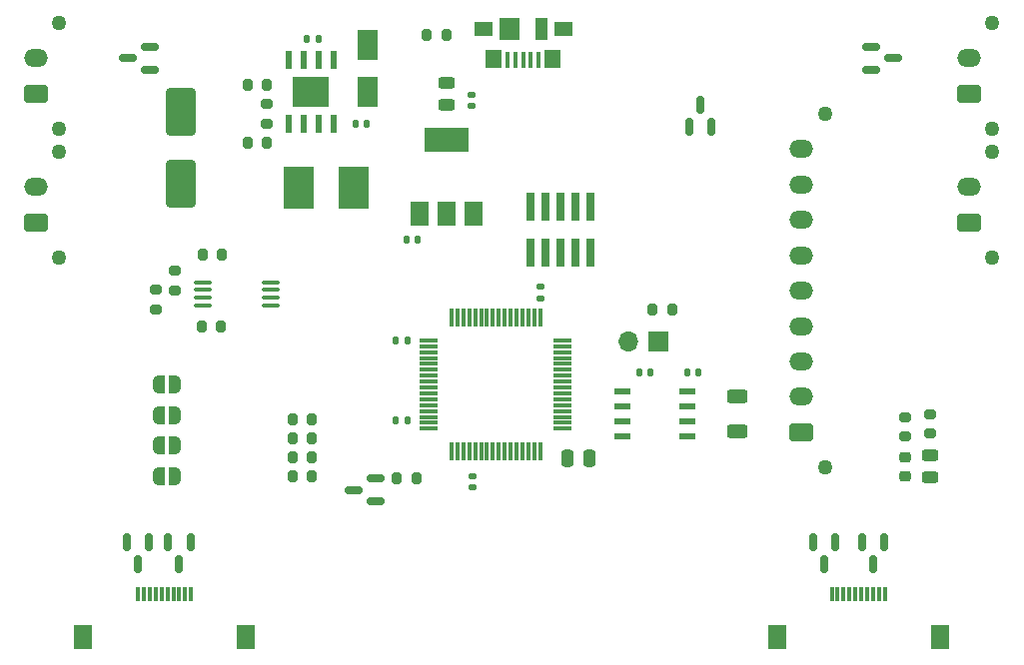
<source format=gbr>
%TF.GenerationSoftware,KiCad,Pcbnew,(6.0.2)*%
%TF.CreationDate,2022-04-06T15:05:21-04:00*%
%TF.ProjectId,SteeringHardware,53746565-7269-46e6-9748-617264776172,rev?*%
%TF.SameCoordinates,Original*%
%TF.FileFunction,Soldermask,Bot*%
%TF.FilePolarity,Negative*%
%FSLAX46Y46*%
G04 Gerber Fmt 4.6, Leading zero omitted, Abs format (unit mm)*
G04 Created by KiCad (PCBNEW (6.0.2)) date 2022-04-06 15:05:21*
%MOMM*%
%LPD*%
G01*
G04 APERTURE LIST*
G04 Aperture macros list*
%AMRoundRect*
0 Rectangle with rounded corners*
0 $1 Rounding radius*
0 $2 $3 $4 $5 $6 $7 $8 $9 X,Y pos of 4 corners*
0 Add a 4 corners polygon primitive as box body*
4,1,4,$2,$3,$4,$5,$6,$7,$8,$9,$2,$3,0*
0 Add four circle primitives for the rounded corners*
1,1,$1+$1,$2,$3*
1,1,$1+$1,$4,$5*
1,1,$1+$1,$6,$7*
1,1,$1+$1,$8,$9*
0 Add four rect primitives between the rounded corners*
20,1,$1+$1,$2,$3,$4,$5,0*
20,1,$1+$1,$4,$5,$6,$7,0*
20,1,$1+$1,$6,$7,$8,$9,0*
20,1,$1+$1,$8,$9,$2,$3,0*%
%AMFreePoly0*
4,1,22,0.500000,-0.750000,0.000000,-0.750000,0.000000,-0.745033,-0.079941,-0.743568,-0.215256,-0.701293,-0.333266,-0.622738,-0.424486,-0.514219,-0.481581,-0.384460,-0.499164,-0.250000,-0.500000,-0.250000,-0.500000,0.250000,-0.499164,0.250000,-0.499963,0.256109,-0.478152,0.396186,-0.417904,0.524511,-0.324060,0.630769,-0.204165,0.706417,-0.067858,0.745374,0.000000,0.744959,0.000000,0.750000,
0.500000,0.750000,0.500000,-0.750000,0.500000,-0.750000,$1*%
%AMFreePoly1*
4,1,20,0.000000,0.744959,0.073905,0.744508,0.209726,0.703889,0.328688,0.626782,0.421226,0.519385,0.479903,0.390333,0.500000,0.250000,0.500000,-0.250000,0.499851,-0.262216,0.476331,-0.402017,0.414519,-0.529596,0.319384,-0.634700,0.198574,-0.708877,0.061801,-0.746166,0.000000,-0.745033,0.000000,-0.750000,-0.500000,-0.750000,-0.500000,0.750000,0.000000,0.750000,0.000000,0.744959,
0.000000,0.744959,$1*%
G04 Aperture macros list end*
%ADD10RoundRect,0.250000X-0.625000X0.312500X-0.625000X-0.312500X0.625000X-0.312500X0.625000X0.312500X0*%
%ADD11RoundRect,0.140000X-0.140000X-0.170000X0.140000X-0.170000X0.140000X0.170000X-0.140000X0.170000X0*%
%ADD12R,0.450000X1.380000*%
%ADD13R,1.800000X1.900000*%
%ADD14R,1.425000X1.550000*%
%ADD15R,1.650000X1.300000*%
%ADD16R,1.000000X1.900000*%
%ADD17C,1.270000*%
%ADD18RoundRect,0.250001X0.759999X-0.499999X0.759999X0.499999X-0.759999X0.499999X-0.759999X-0.499999X0*%
%ADD19O,2.020000X1.500000*%
%ADD20RoundRect,0.150000X0.587500X0.150000X-0.587500X0.150000X-0.587500X-0.150000X0.587500X-0.150000X0*%
%ADD21RoundRect,0.150000X-0.587500X-0.150000X0.587500X-0.150000X0.587500X0.150000X-0.587500X0.150000X0*%
%ADD22RoundRect,0.150000X-0.150000X0.587500X-0.150000X-0.587500X0.150000X-0.587500X0.150000X0.587500X0*%
%ADD23RoundRect,0.200000X-0.275000X0.200000X-0.275000X-0.200000X0.275000X-0.200000X0.275000X0.200000X0*%
%ADD24RoundRect,0.200000X-0.200000X-0.275000X0.200000X-0.275000X0.200000X0.275000X-0.200000X0.275000X0*%
%ADD25RoundRect,0.200000X0.275000X-0.200000X0.275000X0.200000X-0.275000X0.200000X-0.275000X-0.200000X0*%
%ADD26RoundRect,0.100000X-0.637500X-0.100000X0.637500X-0.100000X0.637500X0.100000X-0.637500X0.100000X0*%
%ADD27R,1.400000X0.600000*%
%ADD28RoundRect,0.243750X-0.456250X0.243750X-0.456250X-0.243750X0.456250X-0.243750X0.456250X0.243750X0*%
%ADD29RoundRect,0.218750X-0.256250X0.218750X-0.256250X-0.218750X0.256250X-0.218750X0.256250X0.218750X0*%
%ADD30RoundRect,0.150000X0.150000X-0.587500X0.150000X0.587500X-0.150000X0.587500X-0.150000X-0.587500X0*%
%ADD31RoundRect,0.200000X0.200000X0.275000X-0.200000X0.275000X-0.200000X-0.275000X0.200000X-0.275000X0*%
%ADD32RoundRect,0.140000X0.140000X0.170000X-0.140000X0.170000X-0.140000X-0.170000X0.140000X-0.170000X0*%
%ADD33RoundRect,0.250000X-0.250000X-0.475000X0.250000X-0.475000X0.250000X0.475000X-0.250000X0.475000X0*%
%ADD34RoundRect,0.075000X0.075000X-0.700000X0.075000X0.700000X-0.075000X0.700000X-0.075000X-0.700000X0*%
%ADD35RoundRect,0.075000X0.700000X-0.075000X0.700000X0.075000X-0.700000X0.075000X-0.700000X-0.075000X0*%
%ADD36R,1.700000X1.700000*%
%ADD37O,1.700000X1.700000*%
%ADD38FreePoly0,0.000000*%
%ADD39FreePoly1,0.000000*%
%ADD40R,1.500000X2.000000*%
%ADD41R,3.800000X2.000000*%
%ADD42RoundRect,0.140000X0.170000X-0.140000X0.170000X0.140000X-0.170000X0.140000X-0.170000X-0.140000X0*%
%ADD43R,0.300000X1.200000*%
%ADD44R,0.600000X1.550000*%
%ADD45R,3.100000X2.600000*%
%ADD46RoundRect,0.140000X-0.170000X0.140000X-0.170000X-0.140000X0.170000X-0.140000X0.170000X0.140000X0*%
%ADD47R,1.800000X2.500000*%
%ADD48RoundRect,0.250000X1.000000X-1.750000X1.000000X1.750000X-1.000000X1.750000X-1.000000X-1.750000X0*%
%ADD49R,2.500000X3.600000*%
%ADD50R,0.740000X2.400000*%
G04 APERTURE END LIST*
D10*
%TO.C,R11*%
X194450000Y-97587500D03*
X194450000Y-100512500D03*
%TD*%
D11*
%TO.C,C1*%
X190180000Y-95515000D03*
X191140000Y-95515000D03*
%TD*%
%TO.C,C2*%
X187075000Y-95550000D03*
X186115000Y-95550000D03*
%TD*%
D12*
%TO.C,J2*%
X175000000Y-69060000D03*
X175650000Y-69060000D03*
X176300000Y-69060000D03*
X176950000Y-69060000D03*
X177600000Y-69060000D03*
D13*
X175150000Y-66400000D03*
D14*
X178787500Y-68975000D03*
D15*
X179675000Y-66400000D03*
D16*
X177850000Y-66400000D03*
D14*
X173812500Y-68975000D03*
D15*
X172925000Y-66400000D03*
%TD*%
D17*
%TO.C,J3*%
X201860000Y-73600000D03*
X201860000Y-103600000D03*
D18*
X199900000Y-100600000D03*
D19*
X199900000Y-97600000D03*
X199900000Y-94600000D03*
X199900000Y-91600000D03*
X199900000Y-88600000D03*
X199900000Y-85600000D03*
X199900000Y-82600000D03*
X199900000Y-79600000D03*
X199900000Y-76600000D03*
%TD*%
D20*
%TO.C,Q1*%
X144687500Y-67950000D03*
X144687500Y-69850000D03*
X142812500Y-68900000D03*
%TD*%
D21*
%TO.C,Q2*%
X205787500Y-69850000D03*
X205787500Y-67950000D03*
X207662500Y-68900000D03*
%TD*%
D22*
%TO.C,Q3*%
X205000000Y-109912500D03*
X206900000Y-109912500D03*
X205950000Y-111787500D03*
%TD*%
%TO.C,Q4*%
X146200000Y-109912500D03*
X148100000Y-109912500D03*
X147150000Y-111787500D03*
%TD*%
%TO.C,Q5*%
X142700000Y-109912500D03*
X144600000Y-109912500D03*
X143650000Y-111787500D03*
%TD*%
%TO.C,Q6*%
X200850000Y-109912500D03*
X202750000Y-109912500D03*
X201800000Y-111787500D03*
%TD*%
D23*
%TO.C,R1*%
X210750000Y-99075000D03*
X210750000Y-100725000D03*
%TD*%
D24*
%TO.C,R9*%
X149037500Y-91650000D03*
X150687500Y-91650000D03*
%TD*%
D25*
%TO.C,R10*%
X145150000Y-90162500D03*
X145150000Y-88512500D03*
%TD*%
%TO.C,R13*%
X146750000Y-88587500D03*
X146750000Y-86937500D03*
%TD*%
D24*
%TO.C,R14*%
X149112500Y-85550000D03*
X150762500Y-85550000D03*
%TD*%
D26*
%TO.C,U3*%
X149187500Y-89825000D03*
X149187500Y-89175000D03*
X149187500Y-88525000D03*
X149187500Y-87875000D03*
X154912500Y-87875000D03*
X154912500Y-88525000D03*
X154912500Y-89175000D03*
X154912500Y-89825000D03*
%TD*%
D27*
%TO.C,U4*%
X184675000Y-100955000D03*
X184675000Y-99685000D03*
X184675000Y-98415000D03*
X184675000Y-97145000D03*
X190175000Y-97145000D03*
X190175000Y-98415000D03*
X190175000Y-99685000D03*
X190175000Y-100955000D03*
%TD*%
D28*
%TO.C,D1*%
X210750000Y-102587500D03*
X210750000Y-104462500D03*
%TD*%
D29*
%TO.C,D2*%
X208625000Y-102762500D03*
X208625000Y-104337500D03*
%TD*%
D23*
%TO.C,R2*%
X208625000Y-99337500D03*
X208625000Y-100987500D03*
%TD*%
D30*
%TO.C,Q7*%
X192275000Y-74702500D03*
X190375000Y-74702500D03*
X191325000Y-72827500D03*
%TD*%
D31*
%TO.C,R6*%
X158375000Y-99500000D03*
X156725000Y-99500000D03*
%TD*%
D32*
%TO.C,C101*%
X167380000Y-84300000D03*
X166420000Y-84300000D03*
%TD*%
D33*
%TO.C,C305*%
X180050000Y-102850000D03*
X181950000Y-102850000D03*
%TD*%
D32*
%TO.C,C302*%
X166480000Y-92800000D03*
X165520000Y-92800000D03*
%TD*%
D34*
%TO.C,U301*%
X177730000Y-102235000D03*
X177230000Y-102235000D03*
X176730000Y-102235000D03*
X176230000Y-102235000D03*
X175730000Y-102235000D03*
X175230000Y-102235000D03*
X174730000Y-102235000D03*
X174230000Y-102235000D03*
X173730000Y-102235000D03*
X173230000Y-102235000D03*
X172730000Y-102235000D03*
X172230000Y-102235000D03*
X171730000Y-102235000D03*
X171230000Y-102235000D03*
X170730000Y-102235000D03*
X170230000Y-102235000D03*
D35*
X168305000Y-100310000D03*
X168305000Y-99810000D03*
X168305000Y-99310000D03*
X168305000Y-98810000D03*
X168305000Y-98310000D03*
X168305000Y-97810000D03*
X168305000Y-97310000D03*
X168305000Y-96810000D03*
X168305000Y-96310000D03*
X168305000Y-95810000D03*
X168305000Y-95310000D03*
X168305000Y-94810000D03*
X168305000Y-94310000D03*
X168305000Y-93810000D03*
X168305000Y-93310000D03*
X168305000Y-92810000D03*
D34*
X170230000Y-90885000D03*
X170730000Y-90885000D03*
X171230000Y-90885000D03*
X171730000Y-90885000D03*
X172230000Y-90885000D03*
X172730000Y-90885000D03*
X173230000Y-90885000D03*
X173730000Y-90885000D03*
X174230000Y-90885000D03*
X174730000Y-90885000D03*
X175230000Y-90885000D03*
X175730000Y-90885000D03*
X176230000Y-90885000D03*
X176730000Y-90885000D03*
X177230000Y-90885000D03*
X177730000Y-90885000D03*
D35*
X179655000Y-92810000D03*
X179655000Y-93310000D03*
X179655000Y-93810000D03*
X179655000Y-94310000D03*
X179655000Y-94810000D03*
X179655000Y-95310000D03*
X179655000Y-95810000D03*
X179655000Y-96310000D03*
X179655000Y-96810000D03*
X179655000Y-97310000D03*
X179655000Y-97810000D03*
X179655000Y-98310000D03*
X179655000Y-98810000D03*
X179655000Y-99310000D03*
X179655000Y-99810000D03*
X179655000Y-100310000D03*
%TD*%
D24*
%TO.C,R301*%
X187250000Y-90225000D03*
X188900000Y-90225000D03*
%TD*%
D31*
%TO.C,R3*%
X158375000Y-104300000D03*
X156725000Y-104300000D03*
%TD*%
D36*
%TO.C,JP301*%
X187775000Y-92900000D03*
D37*
X185235000Y-92900000D03*
%TD*%
D38*
%TO.C,JP1*%
X145450000Y-104350000D03*
D39*
X146750000Y-104350000D03*
%TD*%
D32*
%TO.C,C301*%
X166480000Y-99580000D03*
X165520000Y-99580000D03*
%TD*%
D40*
%TO.C,U102*%
X172100000Y-82100000D03*
X169800000Y-82100000D03*
D41*
X169800000Y-75800000D03*
D40*
X167500000Y-82100000D03*
%TD*%
D42*
%TO.C,C304*%
X177725000Y-89230000D03*
X177725000Y-88270000D03*
%TD*%
D24*
%TO.C,R201*%
X152950000Y-76050000D03*
X154600000Y-76050000D03*
%TD*%
D31*
%TO.C,R102*%
X169800000Y-66950000D03*
X168150000Y-66950000D03*
%TD*%
D38*
%TO.C,JP2*%
X145450000Y-101750000D03*
D39*
X146750000Y-101750000D03*
%TD*%
D25*
%TO.C,R202*%
X154600000Y-74450000D03*
X154600000Y-72800000D03*
%TD*%
D43*
%TO.C,J102*%
X206950000Y-114350000D03*
X206450000Y-114350000D03*
X205950000Y-114350000D03*
X205450000Y-114350000D03*
X204950000Y-114350000D03*
X204450000Y-114350000D03*
X203950000Y-114350000D03*
X203450000Y-114350000D03*
X202950000Y-114350000D03*
X202450000Y-114350000D03*
D40*
X211600000Y-118000000D03*
X197800000Y-118000000D03*
%TD*%
D43*
%TO.C,J101*%
X148150000Y-114350000D03*
X147650000Y-114350000D03*
X147150000Y-114350000D03*
X146650000Y-114350000D03*
X146150000Y-114350000D03*
X145650000Y-114350000D03*
X145150000Y-114350000D03*
X144650000Y-114350000D03*
X144150000Y-114350000D03*
X143650000Y-114350000D03*
D40*
X152800000Y-118000000D03*
X139000000Y-118000000D03*
%TD*%
D44*
%TO.C,U201*%
X160205000Y-74450000D03*
X158935000Y-74450000D03*
X157665000Y-74450000D03*
X156395000Y-74450000D03*
X156395000Y-69050000D03*
X157665000Y-69050000D03*
X158935000Y-69050000D03*
X160205000Y-69050000D03*
D45*
X158300000Y-71750000D03*
%TD*%
D32*
%TO.C,C201*%
X158930000Y-67250000D03*
X157970000Y-67250000D03*
%TD*%
D28*
%TO.C,D101*%
X169800000Y-71012500D03*
X169800000Y-72887500D03*
%TD*%
D31*
%TO.C,R101*%
X167235000Y-104540000D03*
X165585000Y-104540000D03*
%TD*%
D46*
%TO.C,C303*%
X172025000Y-104345000D03*
X172025000Y-105305000D03*
%TD*%
D47*
%TO.C,D201*%
X163100000Y-67750000D03*
X163100000Y-71750000D03*
%TD*%
D17*
%TO.C,J104*%
X216045000Y-85800000D03*
X216045000Y-76800000D03*
D18*
X214085000Y-82800000D03*
D19*
X214085000Y-79800000D03*
%TD*%
D20*
%TO.C,Q101*%
X163822500Y-104540000D03*
X163822500Y-106440000D03*
X161947500Y-105490000D03*
%TD*%
D48*
%TO.C,C203*%
X147300000Y-79550000D03*
X147300000Y-73450000D03*
%TD*%
D17*
%TO.C,J106*%
X136995000Y-85800000D03*
X136995000Y-76800000D03*
D18*
X135035000Y-82800000D03*
D19*
X135035000Y-79800000D03*
%TD*%
D31*
%TO.C,R5*%
X158375000Y-101100000D03*
X156725000Y-101100000D03*
%TD*%
%TO.C,R203*%
X154600000Y-71125000D03*
X152950000Y-71125000D03*
%TD*%
D42*
%TO.C,C102*%
X171900000Y-72930000D03*
X171900000Y-71970000D03*
%TD*%
D38*
%TO.C,JP3*%
X145450000Y-99150000D03*
D39*
X146750000Y-99150000D03*
%TD*%
D38*
%TO.C,JP4*%
X145450000Y-96550000D03*
D39*
X146750000Y-96550000D03*
%TD*%
D17*
%TO.C,J105*%
X136995000Y-65900000D03*
X136995000Y-74900000D03*
D18*
X135035000Y-71900000D03*
D19*
X135035000Y-68900000D03*
%TD*%
D31*
%TO.C,R4*%
X158375000Y-102700000D03*
X156725000Y-102700000D03*
%TD*%
D49*
%TO.C,L201*%
X157250000Y-79850000D03*
X161950000Y-79850000D03*
%TD*%
D17*
%TO.C,J103*%
X216020000Y-65900000D03*
X216020000Y-74900000D03*
D18*
X214060000Y-71900000D03*
D19*
X214060000Y-68900000D03*
%TD*%
D32*
%TO.C,C202*%
X163030000Y-74450000D03*
X162070000Y-74450000D03*
%TD*%
D50*
%TO.C,J301*%
X176910000Y-81450000D03*
X176910000Y-85350000D03*
X178180000Y-81450000D03*
X178180000Y-85350000D03*
X179450000Y-81450000D03*
X179450000Y-85350000D03*
X180720000Y-81450000D03*
X180720000Y-85350000D03*
X181990000Y-81450000D03*
X181990000Y-85350000D03*
%TD*%
M02*

</source>
